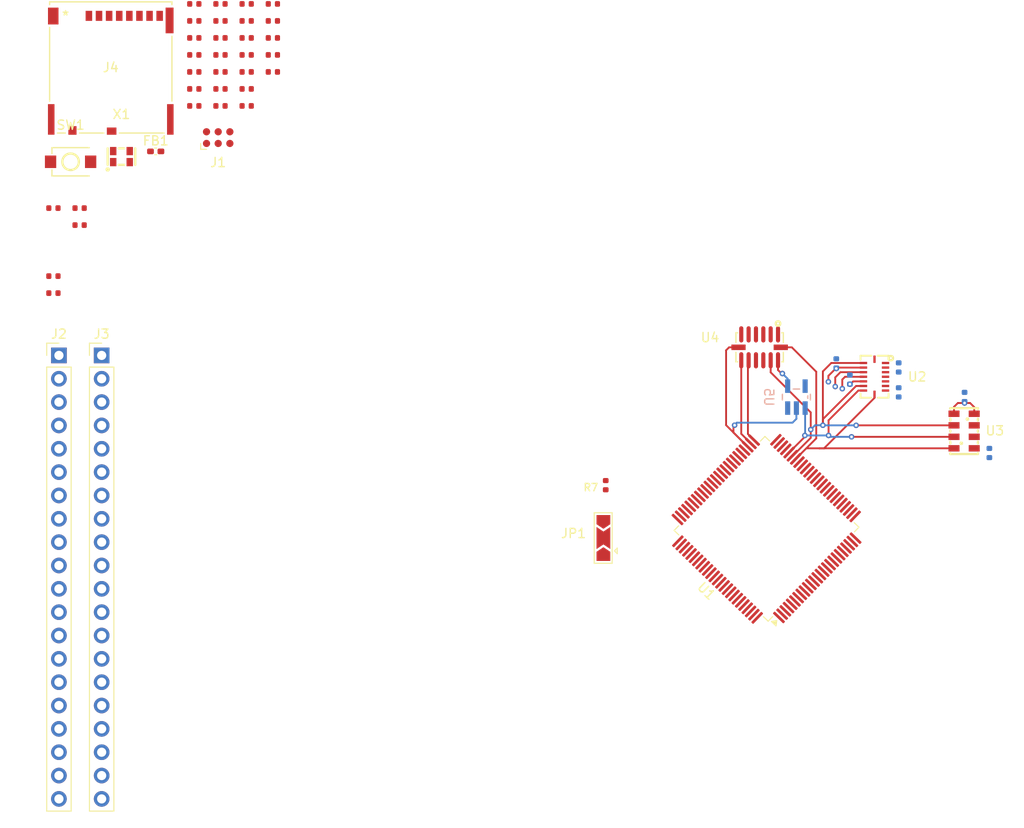
<source format=kicad_pcb>
(kicad_pcb (version 20241229) (generator "pcbnew") (generator_version "9.0")
  (layers (0 "F.Cu" signal) (4 "In1.Cu" signal) (6 "In2.Cu" signal) (2 "B.Cu" signal) (13 "F.Paste" user) (15 "B.Paste" user) (5 "F.SilkS" user "F.Silkscreen") (7 "B.SilkS" user "B.Silkscreen") (1 "F.Mask" user) (3 "B.Mask" user) (25 "Edge.Cuts" user))
  (net 0 "")
  (net 21 "+3V3")
  (net 22 "HSE_IN")
  (net 23 "Net-(X1-Output)")
  (net 24 "+3.3VA")
  (net 25 "nRST")
  (net 26 "DAT2")
  (net 27 "DAT0")
  (net 28 "DAT1")
  (net 29 "DAT3")
  (net 30 "eMMC_CMD")
  (net 31 "SWO")
  (net 32 "SWCLK")
  (net 33 "SWDIO")
  (net 43 "USB_DP")
  (net 49 "USB_DN")
  (net 94 "SDMMC_CLK")
  (net 95 "SDMMC_CMD")
  (net 96 "SPI1_MOSI")
  (net 97 "SPI1_SCLK")
  (net 98 "SPI1_MISO")
  (net 99 "Net-(J4-VDD)")
  (net 100 "Net-(J1-SWDIO)")
  (net 101 "Net-(J1-~{RESET})")
  (net 102 "Net-(J1-SWO)")
  (net 103 "Net-(J1-SWCLK)")
  (net 126 "Net-(J4-SHIELD)")
  (net 131 "GND")
  (net 133 "BMI_GYRO_INT2")
  (net 134 "BMI_GYRO_INT1")
  (net 135 "BMI_GYRO_CS")
  (net 136 "BMI_ACCEL_INT2")
  (net 137 "BMI_ACCEL_INT1")
  (net 138 "BMI_ACCEL_CS")
  (net 139 "MS5607_CS")
  (net 140 "ADXL_INT1")
  (net 141 "Net-(U4-SDA{slash}SDI{slash}SDIO)")
  (net 142 "ADXL_INT2")
  (net 143 "ADXL_CS")
  (footprint "PCM_JLCPCB:C_0402" (layer "F.Cu") (at 15.15 44.75)
    (property "Reference" "C20" (hide yes))
    (property "Value" "100nF")
    (pad "1" smd roundrect (at -0.5 0) (size 0.56 0.62) (layers "F.Cu" "F.Mask" "F.Paste") (net 21 "+3V3"))
    (pad "2" smd roundrect (at 0.5 0) (size 0.56 0.62) (layers "F.Cu" "F.Mask" "F.Paste") (net 131 "GND"))
  )
  (footprint "Connector_PinHeader_2.54mm:PinHeader_1x20_P2.54mm_Vertical" (layer "F.Cu") (at 15.75 53.38)
    (property "Reference" "J2" (at 0 -2.33 0) (layer "F.SilkS"))
    (property "Value" "Conn_01x20_Pin")
    (pad "1" thru_hole rect (at 0 0) (size 1.7 1.7) (drill 1) (layers "*.Cu" "*.Mask"))
    (pad "2" thru_hole oval (at 0 2.54) (size 1.7 1.7) (drill 1) (layers "*.Cu" "*.Mask"))
    (pad "3" thru_hole oval (at 0 5.08) (size 1.7 1.7) (drill 1) (layers "*.Cu" "*.Mask"))
    (pad "4" thru_hole oval (at 0 7.62) (size 1.7 1.7) (drill 1) (layers "*.Cu" "*.Mask"))
    (pad "5" thru_hole oval (at 0 10.16) (size 1.7 1.7) (drill 1) (layers "*.Cu" "*.Mask"))
    (pad "6" thru_hole oval (at 0 12.7) (size 1.7 1.7) (drill 1) (layers "*.Cu" "*.Mask"))
    (pad "7" thru_hole oval (at 0 15.24) (size 1.7 1.7) (drill 1) (layers "*.Cu" "*.Mask"))
    (pad "8" thru_hole oval (at 0 17.78) (size 1.7 1.7) (drill 1) (layers "*.Cu" "*.Mask"))
    (pad "9" thru_hole oval (at 0 20.32) (size 1.7 1.7) (drill 1) (layers "*.Cu" "*.Mask"))
    (pad "10" thru_hole oval (at 0 22.86) (size 1.7 1.7) (drill 1) (layers "*.Cu" "*.Mask"))
    (pad "11" thru_hole oval (at 0 25.4) (size 1.7 1.7) (drill 1) (layers "*.Cu" "*.Mask"))
    (pad "12" thru_hole oval (at 0 27.94) (size 1.7 1.7) (drill 1) (layers "*.Cu" "*.Mask"))
    (pad "13" thru_hole oval (at 0 30.48) (size 1.7 1.7) (drill 1) (layers "*.Cu" "*.Mask"))
    (pad "14" thru_hole oval (at 0 33.02) (size 1.7 1.7) (drill 1) (layers "*.Cu" "*.Mask"))
    (pad "15" thru_hole oval (at 0 35.56) (size 1.7 1.7) (drill 1) (layers "*.Cu" "*.Mask"))
    (pad "16" thru_hole oval (at 0 38.1) (size 1.7 1.7) (drill 1) (layers "*.Cu" "*.Mask"))
    (pad "17" thru_hole oval (at 0 40.64) (size 1.7 1.7) (drill 1) (layers "*.Cu" "*.Mask"))
    (pad "18" thru_hole oval (at 0 43.18) (size 1.7 1.7) (drill 1) (layers "*.Cu" "*.Mask"))
    (pad "19" thru_hole oval (at 0 45.72) (size 1.7 1.7) (drill 1) (layers "*.Cu" "*.Mask"))
    (pad "20" thru_hole oval (at 0 48.26) (size 1.7 1.7) (drill 1) (layers "*.Cu" "*.Mask"))
  )
  (footprint "PCM_JLCPCB:R_0402" (layer "F.Cu") (at 39.03 20.68)
    (property "Reference" "R12" (hide yes))
    (property "Value" "10kΩ" (hide yes))
    (pad "1" smd roundrect (at -0.5 0) (size 0.56 0.62) (layers "F.Cu" "F.Mask" "F.Paste") (net 29 "DAT3"))
    (pad "2" smd roundrect (at 0.5 0) (size 0.56 0.62) (layers "F.Cu" "F.Mask" "F.Paste") (net 21 "+3V3"))
  )
  (footprint "EasyEDA:OSC-SMD_4P-L2.0-W1.6-BL_1XXD" (layer "F.Cu") (at 22.555 31.745)
    (property "Reference" "X1" (at 0 -4.6 0) (layer "F.SilkS"))
    (property "Value" "1XXD32000MBA")
    (pad "1" smd rect (at -0.9 0.6 270) (size 0.9 0.7) (layers "F.Cu" "F.Mask" "F.Paste") (net 131 "GND"))
    (pad "2" smd rect (at 0.9 0.6 270) (size 0.9 0.7) (layers "F.Cu" "F.Mask" "F.Paste") (net 131 "GND"))
    (pad "3" smd rect (at 0.9 -0.6 270) (size 0.9 0.7) (layers "F.Cu" "F.Mask" "F.Paste") (net 23 "Net-(X1-Output)"))
    (pad "4" smd rect (at -0.9 -0.6 270) (size 0.9 0.7) (layers "F.Cu" "F.Mask" "F.Paste") (net 21 "+3V3"))
  )
  (footprint "PCM_JLCPCB:R_0402" (layer "F.Cu") (at 75.25 67.5 90)
    (property "Reference" "R7" (at -0.25 -2.5 180) (layer "F.SilkS") (effects (font (size 0.8 0.8)) (justify left)))
    (property "Value" "100kΩ" (hide yes))
    (pad "1" smd roundrect (at -0.5 0 90) (size 0.56 0.62) (layers "F.Cu" "F.Mask" "F.Paste") (net 21 "+3V3"))
    (pad "2" smd roundrect (at 0.5 0 90) (size 0.56 0.62) (layers "F.Cu" "F.Mask" "F.Paste") (net 131 "GND"))
  )
  (footprint "PCM_JLCPCB:C_0402" (layer "F.Cu") (at 33.33 22.53)
    (property "Reference" "C12" (hide yes))
    (property "Value" "100nF")
    (pad "1" smd roundrect (at -0.5 0) (size 0.56 0.62) (layers "F.Cu" "F.Mask" "F.Paste") (net 24 "+3.3VA"))
    (pad "2" smd roundrect (at 0.5 0) (size 0.56 0.62) (layers "F.Cu" "F.Mask" "F.Paste") (net 131 "GND"))
  )
  (footprint "PCM_JLCPCB:C_0402" (layer "F.Cu") (at 33.33 20.68)
    (property "Reference" "C11" (hide yes))
    (property "Value" "100pF")
    (pad "1" smd roundrect (at -0.5 0) (size 0.56 0.62) (layers "F.Cu" "F.Mask" "F.Paste") (net 23 "Net-(X1-Output)"))
    (pad "2" smd roundrect (at 0.5 0) (size 0.56 0.62) (layers "F.Cu" "F.Mask" "F.Paste") (net 22 "HSE_IN"))
  )
  (footprint "PCM_JLCPCB:C_0402" (layer "F.Cu") (at 33.33 26.23)
    (property "Reference" "C14" (hide yes))
    (property "Value" "1uF")
    (pad "1" smd roundrect (at -0.5 0) (size 0.56 0.62) (layers "F.Cu" "F.Mask" "F.Paste") (net 21 "+3V3"))
    (pad "2" smd roundrect (at 0.5 0) (size 0.56 0.62) (layers "F.Cu" "F.Mask" "F.Paste") (net 131 "GND"))
  )
  (footprint "PCM_JLCPCB:C_0402" (layer "F.Cu") (at 33.33 24.38)
    (property "Reference" "C13" (hide yes))
    (property "Value" "1uF")
    (pad "1" smd roundrect (at -0.5 0) (size 0.56 0.62) (layers "F.Cu" "F.Mask" "F.Paste") (net 24 "+3.3VA"))
    (pad "2" smd roundrect (at 0.5 0) (size 0.56 0.62) (layers "F.Cu" "F.Mask" "F.Paste") (net 131 "GND"))
  )
  (footprint "EasyEDA:LGA-14_L5.0-W3.0-P0.80-BL" (layer "F.Cu") (at 92 52.5 180)
    (property "Reference" "U4" (at 5.4 1.07 180) (layer "F.SilkS"))
    (property "Value" "ADXL375BCCZ-RL7")
    (pad "1" smd oval (at -2 1.41 180) (size 0.45 1.77) (layers "F.Cu" "F.Mask" "F.Paste") (net 21 "+3V3"))
    (pad "2" smd oval (at -1.2 1.41 180) (size 0.45 1.77) (layers "F.Cu" "F.Mask" "F.Paste") (net 131 "GND"))
    (pad "3" smd oval (at -0.4 1.41 180) (size 0.45 1.77) (layers "F.Cu" "F.Mask" "F.Paste"))
    (pad "4" smd oval (at 0.4 1.41 180) (size 0.45 1.77) (layers "F.Cu" "F.Mask" "F.Paste") (net 131 "GND"))
    (pad "5" smd oval (at 1.2 1.41 180) (size 0.45 1.77) (layers "F.Cu" "F.Mask" "F.Paste") (net 131 "GND"))
    (pad "6" smd oval (at 2 1.41 180) (size 0.45 1.77) (layers "F.Cu" "F.Mask" "F.Paste") (net 21 "+3V3"))
    (pad "7" smd rect (at 2.3 0 180) (size 1.55 0.6) (layers "F.Cu" "F.Mask" "F.Paste") (net 143 "ADXL_CS"))
    (pad "8" smd oval (at 2 -1.41 180) (size 0.45 1.77) (layers "F.Cu" "F.Mask" "F.Paste") (net 140 "ADXL_INT1"))
    (pad "9" smd oval (at 1.2 -1.41 180) (size 0.45 1.77) (layers "F.Cu" "F.Mask" "F.Paste") (net 142 "ADXL_INT2"))
    (pad "10" smd oval (at 0.4 -1.41 180) (size 0.45 1.77) (layers "F.Cu" "F.Mask" "F.Paste"))
    (pad "11" smd oval (at -0.4 -1.41 180) (size 0.45 1.77) (layers "F.Cu" "F.Mask" "F.Paste"))
    (pad "12" smd oval (at -1.2 -1.41 180) (size 0.45 1.77) (layers "F.Cu" "F.Mask" "F.Paste") (net 98 "SPI1_MISO"))
    (pad "13" smd oval (at -2 -1.41 180) (size 0.45 1.77) (layers "F.Cu" "F.Mask" "F.Paste") (net 141 "Net-(U4-SDA{slash}SDI{slash}SDIO)"))
    (pad "14" smd rect (at -2.3 0 180) (size 1.55 0.6) (layers "F.Cu" "F.Mask" "F.Paste") (net 97 "SPI1_SCLK"))
  )
  (footprint "PCM_JLCPCB:C_0402" (layer "F.Cu") (at 30.48 24.38)
    (property "Reference" "C6" (hide yes))
    (property "Value" "100nF")
    (pad "1" smd roundrect (at -0.5 0) (size 0.56 0.62) (layers "F.Cu" "F.Mask" "F.Paste") (net 21 "+3V3"))
    (pad "2" smd roundrect (at 0.5 0) (size 0.56 0.62) (layers "F.Cu" "F.Mask" "F.Paste") (net 131 "GND"))
  )
  (footprint "PCM_JLCPCB:C_0402" (layer "F.Cu") (at 33.33 16.98)
    (property "Reference" "C9" (hide yes))
    (property "Value" "100nF")
    (pad "1" smd roundrect (at -0.5 0) (size 0.56 0.62) (layers "F.Cu" "F.Mask" "F.Paste") (net 21 "+3V3"))
    (pad "2" smd roundrect (at 0.5 0) (size 0.56 0.62) (layers "F.Cu" "F.Mask" "F.Paste") (net 131 "GND"))
  )
  (footprint "PCM_JLCPCB:C_0402" (layer "F.Cu") (at 30.48 20.68)
    (property "Reference" "C4" (hide yes))
    (property "Value" "100nF")
    (pad "1" smd roundrect (at -0.5 0) (size 0.56 0.62) (layers "F.Cu" "F.Mask" "F.Paste") (net 21 "+3V3"))
    (pad "2" smd roundrect (at 0.5 0) (size 0.56 0.62) (layers "F.Cu" "F.Mask" "F.Paste") (net 131 "GND"))
  )
  (footprint "PCM_JLCPCB:R_0402" (layer "F.Cu") (at 39.03 18.83)
    (property "Reference" "R11" (hide yes))
    (property "Value" "10kΩ" (hide yes))
    (pad "1" smd roundrect (at -0.5 0) (size 0.56 0.62) (layers "F.Cu" "F.Mask" "F.Paste") (net 26 "DAT2"))
    (pad "2" smd roundrect (at 0.5 0) (size 0.56 0.62) (layers "F.Cu" "F.Mask" "F.Paste") (net 21 "+3V3"))
  )
  (footprint "PCM_JLCPCB:C_0402" (layer "F.Cu") (at 30.48 26.23)
    (property "Reference" "C7" (hide yes))
    (property "Value" "100nF")
    (pad "1" smd roundrect (at -0.5 0) (size 0.56 0.62) (layers "F.Cu" "F.Mask" "F.Paste") (net 21 "+3V3"))
    (pad "2" smd roundrect (at 0.5 0) (size 0.56 0.62) (layers "F.Cu" "F.Mask" "F.Paste") (net 131 "GND"))
  )
  (footprint "PCM_JLCPCB:C_0402" (layer "F.Cu") (at 33.33 18.83)
    (property "Reference" "C10" (hide yes))
    (property "Value" "1uF")
    (pad "1" smd roundrect (at -0.5 0) (size 0.56 0.62) (layers "F.Cu" "F.Mask" "F.Paste") (net 21 "+3V3"))
    (pad "2" smd roundrect (at 0.5 0) (size 0.56 0.62) (layers "F.Cu" "F.Mask" "F.Paste") (net 131 "GND"))
  )
  (footprint "EasyEDA:SW-SMD_L3.9-W3.0-P4.45" (layer "F.Cu") (at 17.02 32.31)
    (property "Reference" "SW1" (at 0 -4 0) (layer "F.SilkS"))
    (property "Value" "SKRKAEE020")
    (pad "1" smd rect (at -2.18 0) (size 1.23 1.36) (layers "F.Cu" "F.Mask" "F.Paste") (net 25 "nRST"))
    (pad "2" smd rect (at 2.18 0) (size 1.23 1.36) (layers "F.Cu" "F.Mask" "F.Paste") (net 131 "GND"))
  )
  (footprint "PCM_JLCPCB:R_0402" (layer "F.Cu") (at 36.18 26.23)
    (property "Reference" "R8" (hide yes))
    (property "Value" "1MΩ" (hide yes))
    (pad "1" smd roundrect (at -0.5 0) (size 0.56 0.62) (layers "F.Cu" "F.Mask" "F.Paste") (net 126 "Net-(J4-SHIELD)"))
    (pad "2" smd roundrect (at 0.5 0) (size 0.56 0.62) (layers "F.Cu" "F.Mask" "F.Paste") (net 131 "GND"))
  )
  (footprint "PCM_JLCPCB:C_0402" (layer "F.Cu") (at 30.48 16.98)
    (property "Reference" "C2" (hide yes))
    (property "Value" "100nF")
    (pad "1" smd roundrect (at -0.5 0) (size 0.56 0.62) (layers "F.Cu" "F.Mask" "F.Paste") (net 25 "nRST"))
    (pad "2" smd roundrect (at 0.5 0) (size 0.56 0.62) (layers "F.Cu" "F.Mask" "F.Paste") (net 131 "GND"))
  )
  (footprint "EasyEDA:LGA-16_L4.5-W3.0-P0.50-BL" (layer "F.Cu") (at 104.5 55.705 180)
    (property "Reference" "U2" (at -4.64 -0.005 180) (layer "F.SilkS"))
    (property "Value" "BMI088")
    (pad "1" smd rect (at -1.2 1.5 270) (size 0.25 0.8) (layers "F.Cu" "F.Mask" "F.Paste") (net 136 "BMI_ACCEL_INT2"))
    (pad "2" smd rect (at -1.2 1 270) (size 0.25 0.8) (layers "F.Cu" "F.Mask" "F.Paste"))
    (pad "3" smd rect (at -1.2 0.5 270) (size 0.25 0.8) (layers "F.Cu" "F.Mask" "F.Paste") (net 21 "+3V3"))
    (pad "4" smd rect (at -1.2 0 270) (size 0.25 0.8) (layers "F.Cu" "F.Mask" "F.Paste") (net 131 "GND"))
    (pad "5" smd rect (at -1.2 -0.5 270) (size 0.25 0.8) (layers "F.Cu" "F.Mask" "F.Paste") (net 135 "BMI_GYRO_CS"))
    (pad "6" smd rect (at -1.2 -1 270) (size 0.25 0.8) (layers "F.Cu" "F.Mask" "F.Paste") (net 131 "GND"))
    (pad "7" smd rect (at -1.2 -1.5 270) (size 0.25 0.8) (layers "F.Cu" "F.Mask" "F.Paste") (net 131 "GND"))
    (pad "8" smd rect (at 0 -1.91) (size 0.25 0.8) (layers "F.Cu" "F.Mask" "F.Paste") (net 97 "SPI1_SCLK"))
    (pad "9" smd rect (at 1.2 -1.5 90) (size 0.25 0.8) (layers "F.Cu" "F.Mask" "F.Paste") (net 96 "SPI1_MOSI"))
    (pad "10" smd rect (at 1.2 -1 90) (size 0.25 0.8) (layers "F.Cu" "F.Mask" "F.Paste") (net 98 "SPI1_MISO"))
    (pad "11" smd rect (at 1.2 -0.5 90) (size 0.25 0.8) (layers "F.Cu" "F.Mask" "F.Paste") (net 21 "+3V3"))
    (pad "12" smd rect (at 1.2 0 90) (size 0.25 0.8) (layers "F.Cu" "F.Mask" "F.Paste") (net 134 "BMI_GYRO_INT1"))
    (pad "13" smd rect (at 1.2 0.5 90) (size 0.25 0.8) (layers "F.Cu" "F.Mask" "F.Paste") (net 133 "BMI_GYRO_INT2"))
    (pad "14" smd rect (at 1.2 1 90) (size 0.25 0.8) (layers "F.Cu" "F.Mask" "F.Paste") (net 138 "BMI_ACCEL_CS"))
    (pad "15" smd rect (at 1.2 1.5 90) (size 0.25 0.8) (layers "F.Cu" "F.Mask" "F.Paste") (net 98 "SPI1_MISO"))
    (pad "16" smd rect (at 0 1.91 180) (size 0.25 0.8) (layers "F.Cu" "F.Mask" "F.Paste") (net 137 "BMI_ACCEL_INT1"))
  )
  (footprint "Connector_PinHeader_2.54mm:PinHeader_1x20_P2.54mm_Vertical" (layer "F.Cu") (at 20.4 53.38)
    (property "Reference" "J3" (at 0 -2.33 0) (layer "F.SilkS"))
    (property "Value" "Conn_01x20_Pin")
    (pad "1" thru_hole rect (at 0 0) (size 1.7 1.7) (drill 1) (layers "*.Cu" "*.Mask"))
    (pad "2" thru_hole oval (at 0 2.54) (size 1.7 1.7) (drill 1) (layers "*.Cu" "*.Mask"))
    (pad "3" thru_hole oval (at 0 5.08) (size 1.7 1.7) (drill 1) (layers "*.Cu" "*.Mask"))
    (pad "4" thru_hole oval (at 0 7.62) (size 1.7 1.7) (drill 1) (layers "*.Cu" "*.Mask"))
    (pad "5" thru_hole oval (at 0 10.16) (size 1.7 1.7) (drill 1) (layers "*.Cu" "*.Mask"))
    (pad "6" thru_hole oval (at 0 12.7) (size 1.7 1.7) (drill 1) (layers "*.Cu" "*.Mask"))
    (pad "7" thru_hole oval (at 0 15.24) (size 1.7 1.7) (drill 1) (layers "*.Cu" "*.Mask"))
    (pad "8" thru_hole oval (at 0 17.78) (size 1.7 1.7) (drill 1) (layers "*.Cu" "*.Mask"))
    (pad "9" thru_hole oval (at 0 20.32) (size 1.7 1.7) (drill 1) (layers "*.Cu" "*.Mask"))
    (pad "10" thru_hole oval (at 0 22.86) (size 1.7 1.7) (drill 1) (layers "*.Cu" "*.Mask"))
    (pad "11" thru_hole oval (at 0 25.4) (size 1.7 1.7) (drill 1) (layers "*.Cu" "*.Mask"))
    (pad "12" thru_hole oval (at 0 27.94) (size 1.7 1.7) (drill 1) (layers "*.Cu" "*.Mask"))
    (pad "13" thru_hole oval (at 0 30.48) (size 1.7 1.7) (drill 1) (layers "*.Cu" "*.Mask"))
    (pad "14" thru_hole oval (at 0 33.02) (size 1.7 1.7) (drill 1) (layers "*.Cu" "*.Mask"))
    (pad "15" thru_hole oval (at 0 35.56) (size 1.7 1.7) (drill 1) (layers "*.Cu" "*.Mask"))
    (pad "16" thru_hole oval (at 0 38.1) (size 1.7 1.7) (drill 1) (layers "*.Cu" "*.Mask"))
    (pad "17" thru_hole oval (at 0 40.64) (size 1.7 1.7) (drill 1) (layers "*.Cu" "*.Mask"))
    (pad "18" thru_hole oval (at 0 43.18) (size 1.7 1.7) (drill 1) (layers "*.Cu" "*.Mask"))
    (pad "19" thru_hole oval (at 0 45.72) (size 1.7 1.7) (drill 1) (layers "*.Cu" "*.Mask"))
    (pad "20" thru_hole oval (at 0 48.26) (size 1.7 1.7) (drill 1) (layers "*.Cu" "*.Mask"))
  )
  (footprint "PCM_JLCPCB:R_0402" (layer "F.Cu") (at 36.18 16.98)
    (property "Reference" "R1" (hide yes))
    (property "Value" "10kΩ" (hide yes))
    (pad "1" smd roundrect (at -0.5 0) (size 0.56 0.62) (layers "F.Cu" "F.Mask" "F.Paste") (net 21 "+3V3"))
    (pad "2" smd roundrect (at 0.5 0) (size 0.56 0.62) (layers "F.Cu" "F.Mask" "F.Paste") (net 25 "nRST"))
  )
  (footprint "PCM_JLCPCB:R_0402" (layer "F.Cu") (at 36.18 22.53)
    (property "Reference" "R4" (hide yes))
    (property "Value" "22Ω" (hide yes))
    (pad "1" smd roundrect (at -0.5 0) (size 0.56 0.62) (layers "F.Cu" "F.Mask" "F.Paste") (net 100 "Net-(J1-SWDIO)"))
    (pad "2" smd roundrect (at 0.5 0) (size 0.56 0.62) (layers "F.Cu" "F.Mask" "F.Paste") (net 33 "SWDIO"))
  )
  (footprint "Connector:Tag-Connect_TC2030-IDC-NL_2x03_P1.27mm_Vertical" (layer "F.Cu") (at 33.08 29.68)
    (property "Reference" "J1" (at 0 2.7 0) (layer "F.SilkS"))
    (property "Value" "TagConnect_TC2030-NL")
    (pad "" np_thru_hole circle (at -2.54 0) (size 0.9906 0.9906) (drill 0.9906) (layers "*.Cu" "*.Mask"))
    (pad "" np_thru_hole circle (at 2.54 -1.016) (size 0.9906 0.9906) (drill 0.9906) (layers "*.Cu" "*.Mask"))
    (pad "" np_thru_hole circle (at 2.54 1.016) (size 0.9906 0.9906) (drill 0.9906) (layers "*.Cu" "*.Mask"))
    (pad "1" connect circle (at -1.27 0.635) (size 0.7874 0.7874) (layers "F.Cu" "F.Mask") (net 21 "+3V3"))
    (pad "2" connect circle (at -1.27 -0.635) (size 0.7874 0.7874) (layers "F.Cu" "F.Mask") (net 100 "Net-(J1-SWDIO)"))
    (pad "3" connect circle (at 0 0.635) (size 0.7874 0.7874) (layers "F.Cu" "F.Mask") (net 101 "Net-(J1-~{RESET})"))
    (pad "4" connect circle (at 0 -0.635) (size 0.7874 0.7874) (layers "F.Cu" "F.Mask") (net 103 "Net-(J1-SWCLK)"))
    (pad "5" connect circle (at 1.27 0.635) (size 0.7874 0.7874) (layers "F.Cu" "F.Mask") (net 131 "GND"))
    (pad "6" connect circle (at 1.27 -0.635) (size 0.7874 0.7874) (layers "F.Cu" "F.Mask") (net 102 "Net-(J1-SWO)"))
  )
  (footprint "Package_QFP:LQFP-100_14x14mm_P0.5mm" (layer "F.Cu") (at 92.75 72.25 136)
    (property "Reference" "U1" (at 0 -9.42 136) (layer "F.SilkS"))
    (property "Value" "STM32U575VGTx")
    (pad "1" smd roundrect (at -7.675 -6 136) (size 1.6 0.3) (layers "F.Cu" "F.Mask" "F.Paste"))
    (pad "2" smd roundrect (at -7.675 -5.5 136) (size 1.6 0.3) (layers "F.Cu" "F.Mask" "F.Paste"))
    (pad "3" smd roundrect (at -7.675 -5 136) (size 1.6 0.3) (layers "F.Cu" "F.Mask" "F.Paste"))
    (pad "4" smd roundrect (at -7.675 -4.5 136) (size 1.6 0.3) (layers "F.Cu" "F.Mask" "F.Paste"))
    (pad "5" smd roundrect (at -7.675 -4 136) (size 1.6 0.3) (layers "F.Cu" "F.Mask" "F.Paste"))
    (pad "6" smd roundrect (at -7.675 -3.5 136) (size 1.6 0.3) (layers "F.Cu" "F.Mask" "F.Paste") (net 21 "+3V3"))
    (pad "7" smd roundrect (at -7.675 -3 136) (size 1.6 0.3) (layers "F.Cu" "F.Mask" "F.Paste"))
    (pad "8" smd roundrect (at -7.675 -2.5 136) (size 1.6 0.3) (layers "F.Cu" "F.Mask" "F.Paste"))
    (pad "9" smd roundrect (at -7.675 -2 136) (size 1.6 0.3) (layers "F.Cu" "F.Mask" "F.Paste"))
    (pad "10" smd roundrect (at -7.675 -1.500001 136) (size 1.6 0.3) (layers "F.Cu" "F.Mask" "F.Paste") (net 131 "GND"))
    (pad "11" smd roundrect (at -7.675 -1 136) (size 1.6 0.3) (layers "F.Cu" "F.Mask" "F.Paste") (net 21 "+3V3"))
    (pad "12" smd roundrect (at -7.675 -0.5 136) (size 1.6 0.3) (layers "F.Cu" "F.Mask" "F.Paste") (net 22 "HSE_IN"))
    (pad "13" smd roundrect (at -7.675 0 136) (size 1.6 0.3) (layers "F.Cu" "F.Mask" "F.Paste"))
    (pad "14" smd roundrect (at -7.675 0.5 136) (size 1.6 0.3) (layers "F.Cu" "F.Mask" "F.Paste") (net 25 "nRST"))
    (pad "15" smd roundrect (at -7.675 1 136) (size 1.6 0.3) (layers "F.Cu" "F.Mask" "F.Paste"))
    (pad "16" smd roundrect (at -7.675 1.500001 136) (size 1.6 0.3) (layers "F.Cu" "F.Mask" "F.Paste"))
    (pad "17" smd roundrect (at -7.675 2 136) (size 1.6 0.3) (layers "F.Cu" "F.Mask" "F.Paste"))
    (pad "18" smd roundrect (at -7.675 2.5 136) (size 1.6 0.3) (layers "F.Cu" "F.Mask" "F.Paste"))
    (pad "19" smd roundrect (at -7.675 3 136) (size 1.6 0.3) (layers "F.Cu" "F.Mask" "F.Paste") (net 131 "GND"))
    (pad "20" smd roundrect (at -7.675 3.5 136) (size 1.6 0.3) (layers "F.Cu" "F.Mask" "F.Paste") (net 131 "GND"))
    (pad "21" smd roundrect (at -7.675 4 136) (size 1.6 0.3) (layers "F.Cu" "F.Mask" "F.Paste") (net 24 "+3.3VA"))
    (pad "22" smd roundrect (at -7.675 4.5 136) (size 1.6 0.3) (layers "F.Cu" "F.Mask" "F.Paste") (net 24 "+3.3VA"))
    (pad "23" smd roundrect (at -7.675 5 136) (size 1.6 0.3) (layers "F.Cu" "F.Mask" "F.Paste"))
    (pad "24" smd roundrect (at -7.675 5.5 136) (size 1.6 0.3) (layers "F.Cu" "F.Mask" "F.Paste"))
    (pad "25" smd roundrect (at -7.675 6 136) (size 1.6 0.3) (layers "F.Cu" "F.Mask" "F.Paste"))
    (pad "26" smd roundrect (at -6 7.675 136) (size 0.3 1.6) (layers "F.Cu" "F.Mask" "F.Paste") (net 137 "BMI_ACCEL_INT1"))
    (pad "27" smd roundrect (at -5.5 7.675 136) (size 0.3 1.6) (layers "F.Cu" "F.Mask" "F.Paste") (net 131 "GND"))
    (pad "28" smd roundrect (at -5 7.675 136) (size 0.3 1.6) (layers "F.Cu" "F.Mask" "F.Paste") (net 21 "+3V3"))
    (pad "29" smd roundrect (at -4.5 7.675 136) (size 0.3 1.6) (layers "F.Cu" "F.Mask" "F.Paste") (net 136 "BMI_ACCEL_INT2"))
    (pad "30" smd roundrect (at -4 7.675 136) (size 0.3 1.6) (layers "F.Cu" "F.Mask" "F.Paste") (net 135 "BMI_GYRO_CS"))
    (pad "31" smd roundrect (at -3.5 7.675 136) (size 0.3 1.6) (layers "F.Cu" "F.Mask" "F.Paste") (net 134 "BMI_GYRO_INT1"))
    (pad "32" smd roundrect (at -3 7.675 136) (size 0.3 1.6) (layers "F.Cu" "F.Mask" "F.Paste") (net 133 "BMI_GYRO_INT2"))
    (pad "33" smd roundrect (at -2.5 7.675 136) (size 0.3 1.6) (layers "F.Cu" "F.Mask" "F.Paste") (net 138 "BMI_ACCEL_CS"))
    (pad "34" smd roundrect (at -2 7.675 136) (size 0.3 1.6) (layers "F.Cu" "F.Mask" "F.Paste"))
    (pad "35" smd roundrect (at -1.500001 7.675 136) (size 0.3 1.6) (layers "F.Cu" "F.Mask" "F.Paste"))
    (pad "36" smd roundrect (at -1 7.675 136) (size 0.3 1.6) (layers "F.Cu" "F.Mask" "F.Paste"))
    (pad "37" smd roundrect (at -0.5 7.675 136) (size 0.3 1.6) (layers "F.Cu" "F.Mask" "F.Paste"))
    (pad "38" smd roundrect (at 0 7.675 136) (size 0.3 1.6) (layers "F.Cu" "F.Mask" "F.Paste"))
    (pad "39" smd roundrect (at 0.5 7.675 136) (size 0.3 1.6) (layers "F.Cu" "F.Mask" "F.Paste"))
    (pad "40" smd roundrect (at 1 7.675 136) (size 0.3 1.6) (layers "F.Cu" "F.Mask" "F.Paste"))
    (pad "41" smd roundrect (at 1.500001 7.675 136) (size 0.3 1.6) (layers "F.Cu" "F.Mask" "F.Paste"))
    (pad "42" smd roundrect (at 2 7.675 136) (size 0.3 1.6) (layers "F.Cu" "F.Mask" "F.Paste"))
    (pad "43" smd roundrect (at 2.5 7.675 136) (size 0.3 1.6) (layers "F.Cu" "F.Mask" "F.Paste"))
    (pad "44" smd roundrect (at 3 7.675 136) (size 0.3 1.6) (layers "F.Cu" "F.Mask" "F.Paste") (net 97 "SPI1_SCLK"))
    (pad "45" smd roundrect (at 3.5 7.675 136) (size 0.3 1.6) (layers "F.Cu" "F.Mask" "F.Paste") (net 98 "SPI1_MISO"))
    (pad "46" smd roundrect (at 4 7.675 136) (size 0.3 1.6) (layers "F.Cu" "F.Mask" "F.Paste") (net 96 "SPI1_MOSI"))
    (pad "47" smd roundrect (at 4.5 7.675 136) (size 0.3 1.6) (layers "F.Cu" "F.Mask" "F.Paste"))
    (pad "48" smd roundrect (at 5 7.675 136) (size 0.3 1.6) (layers "F.Cu" "F.Mask" "F.Paste"))
    (pad "49" smd roundrect (at 5.5 7.675 136) (size 0.3 1.6) (layers "F.Cu" "F.Mask" "F.Paste") (net 131 "GND"))
    (pad "50" smd roundrect (at 6 7.675 136) (size 0.3 1.6) (layers "F.Cu" "F.Mask" "F.Paste") (net 21 "+3V3"))
    (pad "51" smd roundrect (at 7.675 6 136) (size 1.6 0.3) (layers "F.Cu" "F.Mask" "F.Paste") (net 142 "ADXL_INT2"))
    (pad "52" smd roundrect (at 7.675 5.5 136) (size 1.6 0.3) (layers "F.Cu" "F.Mask" "F.Paste") (net 140 "ADXL_INT1"))
    (pad "53" smd roundrect (at 7.675 5 136) (size 1.6 0.3) (layers "F.Cu" "F.Mask" "F.Paste") (net 143 "ADXL_CS"))
    (pad "54" smd roundrect (at 7.675 4.5 136) (size 1.6 0.3) (layers "F.Cu" "F.Mask" "F.Paste"))
    (pad "55" smd roundrect (at 7.675 4 136) (size 1.6 0.3) (layers "F.Cu" "F.Mask" "F.Paste"))
    (pad "56" smd roundrect (at 7.675 3.5 136) (size 1.6 0.3) (layers "F.Cu" "F.Mask" "F.Paste"))
    (pad "57" smd roundrect (at 7.675 3 136) (size 1.6 0.3) (layers "F.Cu" "F.Mask" "F.Paste"))
    (pad "58" smd roundrect (at 7.675 2.5 136) (size 1.6 0.3) (layers "F.Cu" "F.Mask" "F.Paste"))
    (pad "59" smd roundrect (at 7.675 2 136) (size 1.6 0.3) (layers "F.Cu" "F.Mask" "F.Paste"))
    (pad "60" smd roundrect (at 7.675 1.500001 136) (size 1.6 0.3) (layers "F.Cu" "F.Mask" "F.Paste"))
    (pad "61" smd roundrect (at 7.675 1 136) (size 1.6 0.3) (layers "F.Cu" "F.Mask" "F.Paste"))
    (pad "62" smd roundrect (at 7.675 0.5 136) (size 1.6 0.3) (layers "F.Cu" "F.Mask" "F.Paste"))
    (pad "63" smd roundrect (at 7.675 0 136) (size 1.6 0.3) (layers "F.Cu" "F.Mask" "F.Paste"))
    (pad "64" smd roundrect (at 7.675 -0.5 136) (size 1.6 0.3) (layers "F.Cu" "F.Mask" "F.Paste"))
    (pad "65" smd roundrect (at 7.675 -1 136) (size 1.6 0.3) (layers "F.Cu" "F.Mask" "F.Paste") (net 27 "DAT0"))
    (pad "66" smd roundrect (at 7.675 -1.500001 136) (size 1.6 0.3) (layers "F.Cu" "F.Mask" "F.Paste") (net 28 "DAT1"))
    (pad "67" smd roundrect (at 7.675 -2 136) (size 1.6 0.3) (layers "F.Cu" "F.Mask" "F.Paste"))
    (pad "68" smd roundrect (at 7.675 -2.5 136) (size 1.6 0.3) (layers "F.Cu" "F.Mask" "F.Paste"))
    (pad "69" smd roundrect (at 7.675 -3 136) (size 1.6 0.3) (layers "F.Cu" "F.Mask" "F.Paste"))
    (pad "70" smd roundrect (at 7.675 -3.5 136) (size 1.6 0.3) (layers "F.Cu" "F.Mask" "F.Paste") (net 49 "USB_DN"))
    (pad "71" smd roundrect (at 7.675 -4 136) (size 1.6 0.3) (layers "F.Cu" "F.Mask" "F.Paste") (net 43 "USB_DP"))
    (pad "72" smd roundrect (at 7.675 -4.5 136) (size 1.6 0.3) (layers "F.Cu" "F.Mask" "F.Paste") (net 33 "SWDIO"))
    (pad "73" smd roundrect (at 7.675 -5 136) (size 1.6 0.3) (layers "F.Cu" "F.Mask" "F.Paste") (net 21 "+3V3"))
    (pad "74" smd roundrect (at 7.675 -5.5 136) (size 1.6 0.3) (layers "F.Cu" "F.Mask" "F.Paste") (net 131 "GND"))
    (pad "75" smd roundrect (at 7.675 -6 136) (size 1.6 0.3) (layers "F.Cu" "F.Mask" "F.Paste") (net 21 "+3V3"))
    (pad "76" smd roundrect (at 6 -7.675 136) (size 0.3 1.6) (layers "F.Cu" "F.Mask" "F.Paste") (net 32 "SWCLK"))
    (pad "77" smd roundrect (at 5.5 -7.675 136) (size 0.3 1.6) (layers "F.Cu" "F.Mask" "F.Paste"))
    (pad "78" smd roundrect (at 5 -7.675 136) (size 0.3 1.6) (layers "F.Cu" "F.Mask" "F.Paste") (net 26 "DAT2"))
    (pad "79" smd roundrect (at 4.5 -7.675 136) (size 0.3 1.6) (layers "F.Cu" "F.Mask" "F.Paste") (net 29 "DAT3"))
    (pad "80" smd roundrect (at 4 -7.675 136) (size 0.3 1.6) (layers "F.Cu" "F.Mask" "F.Paste") (net 94 "SDMMC_CLK"))
    (pad "81" smd roundrect (at 3.5 -7.675 136) (size 0.3 1.6) (layers "F.Cu" "F.Mask" "F.Paste"))
    (pad "82" smd roundrect (at 3 -7.675 136) (size 0.3 1.6) (layers "F.Cu" "F.Mask" "F.Paste"))
    (pad "83" smd roundrect (at 2.5 -7.675 136) (size 0.3 1.6) (layers "F.Cu" "F.Mask" "F.Paste") (net 95 "SDMMC_CMD"))
    (pad "84" smd roundrect (at 2 -7.675 136) (size 0.3 1.6) (layers "F.Cu" "F.Mask" "F.Paste"))
    (pad "85" smd roundrect (at 1.500001 -7.675 136) (size 0.3 1.6) (layers "F.Cu" "F.Mask" "F.Paste"))
    (pad "86" smd roundrect (at 1 -7.675 136) (size 0.3 1.6) (layers "F.Cu" "F.Mask" "F.Paste"))
    (pad "87" smd roundrect (at 0.5 -7.675 136) (size 0.3 1.6) (layers "F.Cu" "F.Mask" "F.Paste"))
    (pad "88" smd roundrect (at 0 -7.675 136) (size 0.3 1.6) (layers "F.Cu" "F.Mask" "F.Paste"))
    (pad "89" smd roundrect (at -0.5 -7.675 136) (size 0.3 1.6) (layers "F.Cu" "F.Mask" "F.Paste") (net 31 "SWO"))
    (pad "90" smd roundrect (at -1 -7.675 136) (size 0.3 1.6) (layers "F.Cu" "F.Mask" "F.Paste"))
    (pad "91" smd roundrect (at -1.500001 -7.675 136) (size 0.3 1.6) (layers "F.Cu" "F.Mask" "F.Paste"))
    (pad "92" smd roundrect (at -2 -7.675 136) (size 0.3 1.6) (layers "F.Cu" "F.Mask" "F.Paste"))
    (pad "93" smd roundrect (at -2.5 -7.675 136) (size 0.3 1.6) (layers "F.Cu" "F.Mask" "F.Paste"))
    (pad "94" smd roundrect (at -3 -7.675 136) (size 0.3 1.6) (layers "F.Cu" "F.Mask" "F.Paste") (net 131 "GND"))
    (pad "95" smd roundrect (at -3.5 -7.675 136) (size 0.3 1.6) (layers "F.Cu" "F.Mask" "F.Paste"))
    (pad "96" smd roundrect (at -4 -7.675 136) (size 0.3 1.6) (layers "F.Cu" "F.Mask" "F.Paste"))
    (pad "97" smd roundrect (at -4.5 -7.675 136) (size 0.3 1.6) (layers "F.Cu" "F.Mask" "F.Paste"))
    (pad "98" smd roundrect (at -5 -7.675 136) (size 0.3 1.6) (layers "F.Cu" "F.Mask" "F.Paste"))
    (pad "99" smd roundrect (at -5.5 -7.675 136) (size 0.3 1.6) (layers "F.Cu" "F.Mask" "F.Paste") (net 131 "GND"))
    (pad "100" smd roundrect (at -6 -7.675 136) (size 0.3 1.6) (layers "F.Cu" "F.Mask" "F.Paste") (net 21 "+3V3"))
  )
  (footprint "PCM_JLCPCB:R_0402" (layer "F.Cu") (at 36.18 18.83)
    (property "Reference" "R2" (hide yes))
    (property "Value" "22Ω" (hide yes))
    (pad "1" smd roundrect (at -0.5 0) (size 0.56 0.62) (layers "F.Cu" "F.Mask" "F.Paste") (net 101 "Net-(J1-~{RESET})"))
    (pad "2" smd roundrect (at 0.5 0) (size 0.56 0.62) (layers "F.Cu" "F.Mask" "F.Paste") (net 25 "nRST"))
  )
  (footprint "PCM_JLCPCB:C_0402" (layer "F.Cu") (at 30.48 15.13)
    (property "Reference" "C1" (hide yes))
    (property "Value" "10uF")
    (pad "1" smd roundrect (at -0.5 0) (size 0.56 0.62) (layers "F.Cu" "F.Mask" "F.Paste") (net 21 "+3V3"))
    (pad "2" smd roundrect (at 0.5 0) (size 0.56 0.62) (layers "F.Cu" "F.Mask" "F.Paste") (net 131 "GND"))
  )
  (footprint "Jumper:SolderJumper-3_P2.0mm_Open_TrianglePad1.0x1.5mm" (layer "F.Cu") (at 75 73.25 90)
    (property "Reference" "JP1" (at 0.5 -3.25 180) (layer "F.SilkS"))
    (property "Value" "SolderJumper_3_Open")
    (pad "1" smd custom (at -2 0 90) (size 0.3 0.3) (layers "F.Cu" "F.Mask") (net 131 "GND") (options (clearance outline) (anchor rect)) (primitives (gr_poly (pts (xy 1 0) (xy 0.5 0.75) (xy -0.5 0.75) (xy -0.5 -0.75) (xy 0.5 -0.75)) (width 0) (fill yes))))
    (pad "2" smd custom (at 0 0 90) (size 0.3 0.3) (layers "F.Cu") (options (clearance outline) (anchor rect)) (primitives (gr_poly (pts (xy 0.7 0) (xy 1.2 0.75) (xy -1.2 0.75) (xy -0.7 0) (xy -1.2 -0.75) (xy 1.2 -0.75)) (width 0) (fill yes))))
    (pad "3" smd custom (at 2 0 270) (size 0.3 0.3) (layers "F.Cu" "F.Mask") (net 21 "+3V3") (options (clearance outline) (anchor rect)) (primitives (gr_poly (pts (xy 1 0) (xy 0.5 0.75) (xy -0.5 0.75) (xy -0.5 -0.75) (xy 0.5 -0.75)) (width 0) (fill yes))))
  )
  (footprint "PCM_JLCPCB:C_0402" (layer "F.Cu") (at 15.15 37.35)
    (property "Reference" "C16" (hide yes))
    (property "Value" "100nF")
    (pad "1" smd roundrect (at -0.5 0) (size 0.56 0.62) (layers "F.Cu" "F.Mask" "F.Paste") (net 21 "+3V3"))
    (pad "2" smd roundrect (at 0.5 0) (size 0.56 0.62) (layers "F.Cu" "F.Mask" "F.Paste") (net 131 "GND"))
  )
  (footprint "PCM_JLCPCB:R_0402" (layer "F.Cu") (at 39.03 16.98)
    (property "Reference" "R10" (hide yes))
    (property "Value" "10kΩ" (hide yes))
    (pad "1" smd roundrect (at -0.5 0) (size 0.56 0.62) (layers "F.Cu" "F.Mask" "F.Paste") (net 28 "DAT1"))
    (pad "2" smd roundrect (at 0.5 0) (size 0.56 0.62) (layers "F.Cu" "F.Mask" "F.Paste") (net 21 "+3V3"))
  )
  (footprint "PCM_JLCPCB:R_0402" (layer "F.Cu") (at 39.03 15.13)
    (property "Reference" "R9" (hide yes))
    (property "Value" "10kΩ" (hide yes))
    (pad "1" smd roundrect (at -0.5 0) (size 0.56 0.62) (layers "F.Cu" "F.Mask" "F.Paste") (net 27 "DAT0"))
    (pad "2" smd roundrect (at 0.5 0) (size 0.56 0.62) (layers "F.Cu" "F.Mask" "F.Paste") (net 21 "+3V3"))
  )
  (footprint "PCM_JLCPCB:R_0402" (layer "F.Cu") (at 18 39.2)
    (property "Reference" "R6" (hide yes))
    (property "Value" "47kΩ" (hide yes))
    (pad "1" smd roundrect (at -0.5 0) (size 0.56 0.62) (layers "F.Cu" "F.Mask" "F.Paste") (net 143 "ADXL_CS"))
    (pad "2" smd roundrect (at 0.5 0) (size 0.56 0.62) (layers "F.Cu" "F.Mask" "F.Paste") (net 21 "+3V3"))
  )
  (footprint "PCM_JLCPCB:R_0402" (layer "F.Cu") (at 39.03 22.53)
    (property "Reference" "R13" (hide yes))
    (property "Value" "10kΩ" (hide yes))
    (pad "1" smd roundrect (at -0.5 0) (size 0.56 0.62) (layers "F.Cu" "F.Mask" "F.Paste") (net 30 "eMMC_CMD"))
    (pad "2" smd roundrect (at 0.5 0) (size 0.56 0.62) (layers "F.Cu" "F.Mask" "F.Paste") (net 21 "+3V3"))
  )
  (footprint "SDholder:CONN_MEM2080-00-128-00-A_GCT" (layer "F.Cu") (at 21.3908 22.0456)
    (property "Reference" "J4" (at 0 0 0) (layer "F.SilkS"))
    (property "Value" "MEM2080-00-128-00-A_REVA")
    (fp_text user "*" (at -4.92 -5.6154 0) (layer "F.SilkS"))
    (fp_text user "*" (at -4.92 -5.6154 0) (layer "F.SilkS"))
    (pad "DSW1" smd rect (at -4.169999 6.854599) (size 0.889 0.9398) (layers "F.Cu" "F.Mask" "F.Paste"))
    (pad "DSW2" smd rect (at 0.095001 6.9296) (size 1.0414 0.7874) (layers "F.Cu" "F.Mask" "F.Paste"))
    (pad "MNT1" smd rect (at -6.26 -5.595399) (size 1.143 1.8288) (layers "F.Cu" "F.Mask" "F.Paste") (net 126 "Net-(J4-SHIELD)"))
    (pad "MNT2" smd rect (at 6.4 -5.1154) (size 0.8636 2.794) (layers "F.Cu" "F.Mask" "F.Paste") (net 126 "Net-(J4-SHIELD)"))
    (pad "MNT3" smd rect (at -6.48 5.654599) (size 0.7112 3.3274) (layers "F.Cu" "F.Mask" "F.Paste") (net 126 "Net-(J4-SHIELD)"))
    (pad "MNT4" smd rect (at 6.48 5.654599) (size 0.7112 3.3274) (layers "F.Cu" "F.Mask" "F.Paste") (net 126 "Net-(J4-SHIELD)"))
    (pad "P1" smd rect (at -2.38 -5.615399) (size 0.7112 1.0922) (layers "F.Cu" "F.Mask" "F.Paste") (net 26 "DAT2"))
    (pad "P2" smd rect (at -1.28 -5.615399) (size 0.7112 1.0922) (layers "F.Cu" "F.Mask" "F.Paste") (net 29 "DAT3"))
    (pad "P3" smd rect (at -0.18 -5.615399) (size 0.7112 1.0922) (layers "F.Cu" "F.Mask" "F.Paste") (net 95 "SDMMC_CMD"))
    (pad "P4" smd rect (at 0.920001 -5.615399) (size 0.7112 1.0922) (layers "F.Cu" "F.Mask" "F.Paste") (net 99 "Net-(J4-VDD)"))
    (pad "P5" smd rect (at 2.020001 -5.615399) (size 0.7112 1.0922) (layers "F.Cu" "F.Mask" "F.Paste") (net 94 "SDMMC_CLK"))
    (pad "P6" smd rect (at 3.120001 -5.615399) (size 0.7112 1.0922) (layers "F.Cu" "F.Mask" "F.Paste") (net 131 "GND"))
    (pad "P7" smd rect (at 4.220002 -5.615399) (size 0.7112 1.0922) (layers "F.Cu" "F.Mask" "F.Paste") (net 27 "DAT0"))
    (pad "P8" smd rect (at 5.32 -5.615399) (size 0.7112 1.0922) (layers "F.Cu" "F.Mask" "F.Paste") (net 28 "DAT1"))
  )
  (footprint "Capacitor_SMD:C_0402_1005Metric_Pad0.74x0.62mm_HandSolder" (layer "F.Cu") (at 26.28 31.18)
    (property "Reference" "FB1" (at 0 -1.16 0) (layer "F.SilkS"))
    (property "Value" "100R")
    (pad "1" smd roundrect (at -0.5675 0) (size 0.735 0.62) (layers "F.Cu" "F.Mask" "F.Paste") (net 24 "+3.3VA"))
    (pad "2" smd roundrect (at 0.5675 0) (size 0.735 0.62) (layers "F.Cu" "F.Mask" "F.Paste") (net 21 "+3V3"))
  )
  (footprint "PCM_JLCPCB:C_0402" (layer "F.Cu") (at 15.15 46.6)
    (property "Reference" "C21" (hide yes))
    (property "Value" "10uF")
    (pad "1" smd roundrect (at -0.5 0) (size 0.56 0.62) (layers "F.Cu" "F.Mask" "F.Paste") (net 21 "+3V3"))
    (pad "2" smd roundrect (at 0.5 0) (size 0.56 0.62) (layers "F.Cu" "F.Mask" "F.Paste") (net 131 "GND"))
  )
  (footprint "EasyEDA:SENSOR-SMD_MS560702BA03-50" (layer "F.Cu") (at 114.25 61.61 180)
    (property "Reference" "U3" (at -3.35 0.035 180) (layer "F.SilkS"))
    (property "Value" "MS5607-02BA03")
    (pad "1" smd rect (at -1.1 -1.88 180) (size 1.2 0.7) (layers "F.Cu" "F.Mask" "F.Paste") (net 21 "+3V3"))
    (pad "2" smd rect (at -1.1 -0.63 180) (size 1.2 0.7) (layers "F.Cu" "F.Mask" "F.Paste") (net 131 "GND"))
    (pad "3" smd rect (at -1.1 0.62 180) (size 1.2 0.7) (layers "F.Cu" "F.Mask" "F.Paste") (net 131 "GND"))
    (pad "4" smd rect (at -1.1 1.88 180) (size 1.2 0.7) (layers "F.Cu" "F.Mask" "F.Paste") (net 139 "MS5607_CS"))
    (pad "5" smd rect (at 1.1 1.88 180) (size 1.2 0.7) (layers "F.Cu" "F.Mask" "F.Paste") (net 139 "MS5607_CS"))
    (pad "6" smd rect (at 1.1 0.62 180) (size 1.2 0.7) (layers "F.Cu" "F.Mask" "F.Paste") (net 98 "SPI1_MISO"))
    (pad "7" smd rect (at 1.1 -0.63 180) (size 1.2 0.7) (layers "F.Cu" "F.Mask" "F.Paste") (net 96 "SPI1_MOSI"))
    (pad "8" smd rect (at 1.1 -1.88 180) (size 1.2 0.7) (layers "F.Cu" "F.Mask" "F.Paste") (net 97 "SPI1_SCLK"))
  )
  (footprint "PCM_JLCPCB:R_0402" (layer "F.Cu") (at 36.18 20.68)
    (property "Reference" "R3" (hide yes))
    (property "Value" "22Ω" (hide yes))
    (pad "1" smd roundrect (at -0.5 0) (size 0.56 0.62) (layers "F.Cu" "F.Mask" "F.Paste") (net 103 "Net-(J1-SWCLK)"))
    (pad "2" smd roundrect (at 0.5 0) (size 0.56 0.62) (layers "F.Cu" "F.Mask" "F.Paste") (net 32 "SWCLK"))
  )
  (footprint "PCM_JLCPCB:R_0402" (layer "F.Cu") (at 36.18 24.38)
    (property "Reference" "R5" (hide yes))
    (property "Value" "22Ω" (hide yes))
    (pad "1" smd roundrect (at -0.5 0) (size 0.56 0.62) (layers "F.Cu" "F.Mask" "F.Paste") (net 102 "Net-(J1-SWO)"))
    (pad "2" smd roundrect (at 0.5 0) (size 0.56 0.62) (layers "F.Cu" "F.Mask" "F.Paste") (net 31 "SWO"))
  )
  (footprint "PCM_JLCPCB:C_0402" (layer "F.Cu") (at 33.33 15.13)
    (property "Reference" "C8" (hide yes))
    (property "Value" "100nF")
    (pad "1" smd roundrect (at -0.5 0) (size 0.56 0.62) (layers "F.Cu" "F.Mask" "F.Paste") (net 21 "+3V3"))
    (pad "2" smd roundrect (at 0.5 0) (size 0.56 0.62) (layers "F.Cu" "F.Mask" "F.Paste") (net 131 "GND"))
  )
  (footprint "PCM_JLCPCB:C_0402" (layer "F.Cu") (at 30.48 18.83)
    (property "Reference" "C3" (hide yes))
    (property "Value" "100nF")
    (pad "1" smd roundrect (at -0.5 0) (size 0.56 0.62) (layers "F.Cu" "F.Mask" "F.Paste") (net 21 "+3V3"))
    (pad "2" smd roundrect (at 0.5 0) (size 0.56 0.62) (layers "F.Cu" "F.Mask" "F.Paste") (net 131 "GND"))
  )
  (footprint "PCM_JLCPCB:C_0402" (layer "F.Cu") (at 36.18 15.13)
    (property "Reference" "C15" (hide yes))
    (property "Value" "100nF")
    (pad "1" smd roundrect (at -0.5 0) (size 0.56 0.62) (layers "F.Cu" "F.Mask" "F.Paste") (net 99 "Net-(J4-VDD)"))
    (pad "2" smd roundrect (at 0.5 0) (size 0.56 0.62) (layers "F.Cu" "F.Mask" "F.Paste") (net 131 "GND"))
  )
  (footprint "PCM_JLCPCB:C_0402" (layer "F.Cu") (at 30.48 22.53)
    (property "Reference" "C5" (hide yes))
    (property "Value" "100nF")
    (pad "1" smd roundrect (at -0.5 0) (size 0.56 0.62) (layers "F.Cu" "F.Mask" "F.Paste") (net 21 "+3V3"))
    (pad "2" smd roundrect (at 0.5 0) (size 0.56 0.62) (layers "F.Cu" "F.Mask" "F.Paste") (net 131 "GND"))
  )
  (footprint "PCM_JLCPCB:C_0402" (layer "F.Cu") (at 18 37.35)
    (property "Reference" "C22" (hide yes))
    (property "Value" "100nF")
    (pad "1" smd roundrect (at -0.5 0) (size 0.56 0.62) (layers "F.Cu" "F.Mask" "F.Paste") (net 21 "+3V3"))
    (pad "2" smd roundrect (at 0.5 0) (size 0.56 0.62) (layers "F.Cu" "F.Mask" "F.Paste") (net 131 "GND"))
  )
  (footprint "PCM_JLCPCB:C_0402" (layer "B.Cu") (at 117 64 -90)
    (property "Reference" "C18" (hide yes))
    (property "Value" "100nF")
    (pad "1" smd roundrect (at -0.5 0 270) (size 0.56 0.62) (layers "B.Cu" "B.Mask" "B.Paste") (net 21 "+3V3"))
    (pad "2" smd roundrect (at 0.5 0 270) (size 0.56 0.62) (layers "B.Cu" "B.Mask" "B.Paste") (net 131 "GND"))
  )
  (footprint "PCM_JLCPCB:C_0402" (layer "B.Cu") (at 107.13 54.69 90)
    (property "Reference" "C17" (hide yes))
    (property "Value" "100nF")
    (pad "1" smd roundrect (at -0.5 0 90) (size 0.56 0.62) (layers "B.Cu" "B.Mask" "B.Paste") (net 21 "+3V3"))
    (pad "2" smd roundrect (at 0.5 0 90) (size 0.56 0.62) (layers "B.Cu" "B.Mask" "B.Paste") (net 131 "GND"))
  )
  (footprint "PCM_JLCPCB:R_0402" (layer "B.Cu") (at 107.13 57.4 -90)
    (property "Reference" "R16" (hide yes))
    (property "Value" "47kΩ" (hide yes))
    (pad "1" smd roundrect (at -0.5 0 270) (size 0.56 0.62) (layers "B.Cu" "B.Mask" "B.Paste") (net 135 "BMI_GYRO_CS"))
    (pad "2" smd roundrect (at 0.5 0 270) (size 0.56 0.62) (layers "B.Cu" "B.Mask" "B.Paste") (net 21 "+3V3"))
  )
  (footprint "PCM_JLCPCB:R_0402" (layer "B.Cu") (at 100.34 54.25 90)
    (property "Reference" "R15" (hide yes))
    (property "Value" "47kΩ" (hide yes))
    (pad "1" smd roundrect (at -0.5 0 90) (size 0.56 0.62) (layers "B.Cu" "B.Mask" "B.Paste") (net 138 "BMI_ACCEL_CS"))
    (pad "2" smd roundrect (at 0.5 0 90) (size 0.56 0.62) (layers "B.Cu" "B.Mask" "B.Paste") (net 21 "+3V3"))
  )
  (footprint "PCM_JLCPCB:R_0402" (layer "B.Cu") (at 114.3 57.9 -90)
    (property "Reference" "R14" (hide yes))
    (property "Value" "47kΩ" (hide yes))
    (pad "1" smd roundrect (at -0.5 0 270) (size 0.56 0.62) (layers "B.Cu" "B.Mask" "B.Paste") (net 21 "+3V3"))
    (pad "2" smd roundrect (at 0.5 0 270) (size 0.56 0.62) (layers "B.Cu" "B.Mask" "B.Paste") (net 139 "MS5607_CS"))
  )
  (footprint "PCM_JLCPCB:C_0402" (layer "B.Cu") (at 101.82 56.01 90)
    (property "Reference" "C19" (hide yes))
    (property "Value" "100nF")
    (pad "1" smd roundrect (at -0.5 0 90) (size 0.56 0.62) (layers "B.Cu" "B.Mask" "B.Paste") (net 21 "+3V3"))
    (pad "2" smd roundrect (at 0.5 0 90) (size 0.56 0.62) (layers "B.Cu" "B.Mask" "B.Paste") (net 131 "GND"))
  )
  (footprint "ORGATE:DBV5" (layer "B.Cu") (at 96 57.9162 90)
    (property "Reference" "U5" (at 0 -3 270) (layer "B.SilkS") (effects (justify mirror)))
    (property "Value" "SN74LVC1G32MDBVREP")
    (pad "1" smd rect (at -1.1938 0.950001 90) (size 1.4732 0.5588) (layers "B.Cu" "B.Mask" "B.Paste") (net 96 "SPI1_MOSI"))
    (pad "2" smd rect (at -1.1938 0 90) (size 1.4732 0.5588) (layers "B.Cu" "B.Mask" "B.Paste") (net 143 "ADXL_CS"))
    (pad "3" smd rect (at -1.1938 -0.950001 90) (size 1.4732 0.5588) (layers "B.Cu" "B.Mask" "B.Paste") (net 131 "GND"))
    (pad "4" smd rect (at 1.1938 -0.950001 90) (size 1.4732 0.5588) (layers "B.Cu" "B.Mask" "B.Paste") (net 141 "Net-(U4-SDA{slash}SDI{slash}SDIO)"))
    (pad "5" smd rect (at 1.1938 0.950001 90) (size 1.4732 0.5588) (layers "B.Cu" "B.Mask" "B.Paste") (net 21 "+3V3"))
  )
  (segment (start 101.91 56.48) (end 102.185 56.205) (width 0.2) (layer "F.Cu") (net 21))
  (segment (start 101.85 56.48) (end 101.91 56.48) (width 0.2) (layer "F.Cu") (net 21))
  (segment (start 101.82 56.51) (end 101.85 56.48) (width 0.2) (layer "F.Cu") (net 21))
  (segment (start 102.185 56.205) (end 103.3 56.205) (width 0.2) (layer "F.Cu") (net 21))
  (via (at 101.82 56.51) (size 0.6) (drill 0.3) (layers "F.Cu" "B.Cu") (net 21))
  (segment (start 102 62.24) (end 113.15 62.24) (width 0.2) (layer "F.Cu") (net 96))
  (segment (start 96.923048 62.23153) (end 95.204144 63.950434) (width 0.2) (layer "F.Cu") (net 96))
  (segment (start 102.74 57.205) (end 103.3 57.205) (width 0.2) (layer "F.Cu") (net 96))
  (segment (start 99.5 60.445) (end 102.74 57.205) (width 0.2) (layer "F.Cu") (net 96))
  (segment (start 96.923048 62.09) (end 96.923048 62.23153) (width 0.2) (layer "F.Cu") (net 96))
  (segment (start 99.5 62.09) (end 99.5 60.445) (width 0.2) (layer "F.Cu") (net 96))
  (via (at 102 62.24) (size 0.6) (drill 0.3) (layers "F.Cu" "B.Cu") (net 96))
  (via (at 96.923048 62.09) (size 0.6) (drill 0.3) (layers "F.Cu" "B.Cu") (net 96))
  (via (at 99.5 62.09) (size 0.6) (drill 0.3) (layers "F.Cu" "B.Cu") (net 96))
  (segment (start 96.950001 62.063047) (end 96.923048 62.09) (width 0.2) (layer "B.Cu") (net 96))
  (segment (start 99.5 62.09) (end 99.65 62.24) (width 0.2) (layer "B.Cu") (net 96))
  (segment (start 99.65 62.24) (end 102 62.24) (width 0.2) (layer "B.Cu") (net 96))
  (segment (start 96.950001 59.11) (end 96.950001 62.063047) (width 0.2) (layer "B.Cu") (net 96))
  (segment (start 99.5 62.09) (end 96.923048 62.09) (width 0.2) (layer "B.Cu") (net 96))
  (segment (start 99.01 63.49) (end 98.5 63.49) (width 0.2) (layer "F.Cu") (net 97))
  (segment (start 98.5 63.49) (end 97.078576 63.49) (width 0.2) (layer "F.Cu") (net 97))
  (segment (start 98.16 55.16) (end 95.5 52.5) (width 0.2) (layer "F.Cu") (net 97))
  (segment (start 95.5 52.5) (end 94.3 52.5) (width 0.2) (layer "F.Cu") (net 97))
  (segment (start 104.5 58) (end 99.01 63.49) (width 0.2) (layer "F.Cu") (net 97))
  (segment (start 95.923484 64.645092) (end 98.16 62.408576) (width 0.2) (layer "F.Cu") (net 97))
  (segment (start 98.16 62.408576) (end 98.16 55.16) (width 0.2) (layer "F.Cu") (net 97))
  (segment (start 113.15 63.49) (end 98.5 63.49) (width 0.2) (layer "F.Cu") (net 97))
  (segment (start 104.5 57.615) (end 104.5 58) (width 0.2) (layer "F.Cu") (net 97))
  (segment (start 102.5 60.99) (end 113.15 60.99) (width 0.2) (layer "F.Cu") (net 98))
  (segment (start 98.880789 55.119211) (end 98.880789 60.980789) (width 0.2) (layer "F.Cu") (net 98))
  (segment (start 93.2 55.225) (end 93.2 53.91) (width 0.2) (layer "F.Cu") (net 98))
  (segment (start 97.56 59.585) (end 93.2 55.225) (width 0.2) (layer "F.Cu") (net 98))
  (segment (start 103.3 56.705) (end 102.495 56.705) (width 0.2) (layer "F.Cu") (net 98))
  (segment (start 97.56 61.45) (end 97.56 62.35272) (width 0.2) (layer "F.Cu") (net 98))
  (segment (start 99.795 54.205) (end 98.880789 55.119211) (width 0.2) (layer "F.Cu") (net 98))
  (segment (start 97.56 62.35272) (end 95.614957 64.297763) (width 0.2) (layer "F.Cu") (net 98))
  (segment (start 98.880789 60.319211) (end 98.880789 60.980789) (width 0.2) (layer "F.Cu") (net 98))
  (segment (start 102.495 56.705) (end 98.880789 60.319211) (width 0.2) (layer "F.Cu") (net 98))
  (segment (start 97.56 61.45) (end 97.56 59.585) (width 0.2) (layer "F.Cu") (net 98))
  (segment (start 103.3 54.205) (end 99.795 54.205) (width 0.2) (layer "F.Cu") (net 98))
  (segment (start 95.614957 64.297763) (end 95.563814 64.297763) (width 0.2) (layer "F.Cu") (net 98))
  (via (at 97.56 61.45) (size 0.6) (drill 0.3) (layers "F.Cu" "B.Cu") (net 98))
  (via (at 102.5 60.99) (size 0.6) (drill 0.3) (layers "F.Cu" "B.Cu") (net 98))
  (via (at 98.880789 60.980789) (size 0.6) (drill 0.3) (layers "F.Cu" "B.Cu") (net 98))
  (segment (start 98.880789 60.980789) (end 98.029211 60.980789) (width 0.2) (layer "B.Cu") (net 98))
  (segment (start 98.029211 60.980789) (end 97.56 61.45) (width 0.2) (layer "B.Cu") (net 98))
  (segment (start 98.89 60.99) (end 98.880789 60.980789) (width 0.2) (layer "B.Cu") (net 98))
  (segment (start 102.5 60.99) (end 98.89 60.99) (width 0.2) (layer "B.Cu") (net 98))
  (segment (start 100.227888 55.772112) (end 100.795 55.205) (width 0.2) (layer "F.Cu") (net 133))
  (segment (start 100.227888 56.767434) (end 100.227888 55.772112) (width 0.2) (layer "F.Cu") (net 133))
  (segment (start 100.795 55.205) (end 103.3 55.205) (width 0.2) (layer "F.Cu") (net 133))
  (via (at 100.227888 56.767434) (size 0.6) (drill 0.3) (layers "F.Cu" "B.Cu") (net 133))
  (segment (start 100.993318 56.999986) (end 100.993318 56.006682) (width 0.2) (layer "F.Cu") (net 134))
  (segment (start 100.993318 56.006682) (end 101.295 55.705) (width 0.2) (layer "F.Cu") (net 134))
  (segment (start 100.993338 57.000006) (end 100.993318 56.999986) (width 0.2) (layer "F.Cu") (net 134))
  (segment (start 101.295 55.705) (end 103.3 55.705) (width 0.2) (layer "F.Cu") (net 134))
  (via (at 100.993338 57.000006) (size 0.6) (drill 0.3) (layers "F.Cu" "B.Cu") (net 134))
  (segment (start 100.44 54.705) (end 100.34 54.805) (width 0.2) (layer "F.Cu") (net 138))
  (segment (start 100.34 54.805) (end 100.28 54.805) (width 0.2) (layer "F.Cu") (net 138))
  (segment (start 103.3 54.705) (end 100.44 54.705) (width 0.2) (layer "F.Cu") (net 138))
  (segment (start 99.480789 55.604211) (end 99.480789 56.25) (width 0.2) (layer "F.Cu") (net 138))
  (segment (start 100.28 54.805) (end 99.480789 55.604211) (width 0.2) (layer "F.Cu") (net 138))
  (via (at 99.480789 56.25) (size 0.6) (drill 0.3) (layers "F.Cu" "B.Cu") (net 138))
  (via (at 100.34 54.805) (size 0.6) (drill 0.3) (layers "F.Cu" "B.Cu") (net 138))
  (segment (start 114.3 58.56) (end 114.9 58.56) (width 0.2) (layer "F.Cu") (net 139))
  (segment (start 114.9 58.56) (end 115.35 59.01) (width 0.2) (layer "F.Cu") (net 139))
  (segment (start 113.15 58.98) (end 113.15 59.73) (width 0.2) (layer "F.Cu") (net 139))
  (segment (start 114.3 58.56) (end 113.57 58.56) (width 0.2) (layer "F.Cu") (net 139))
  (segment (start 115.35 59.01) (end 115.35 59.73) (width 0.2) (layer "F.Cu") (net 139))
  (segment (start 113.57 58.56) (end 113.15 58.98) (width 0.2) (layer "F.Cu") (net 139))
  (via (at 114.3 58.56) (size 0.6) (drill 0.3) (layers "F.Cu" "B.Cu") (net 139))
  (segment (start 90 61.91244) (end 91.049688 62.962128) (width 0.2) (layer "F.Cu") (net 140))
  (segment (start 90 53.91) (end 90 61.91244) (width 0.2) (layer "F.Cu") (net 140))
  (segment (start 94 54.975) (end 94 53.91) (width 0.2) (layer "F.Cu") (net 141))
  (segment (start 94.375 55.35) (end 94 54.975) (width 0.2) (layer "F.Cu") (net 141))
  (segment (start 94.475 55.35) (end 94.375 55.35) (width 0.2) (layer "F.Cu") (net 141))
  (via (at 94.475 55.35) (size 0.6) (drill 0.3) (layers "F.Cu" "B.Cu") (net 141))
  (segment (start 95.049999 55.924999) (end 95.049999 56.7224) (width 0.2) (layer "B.Cu") (net 141))
  (segment (start 94.475 55.35) (end 95.049999 55.924999) (width 0.2) (layer "B.Cu") (net 141))
  (segment (start 91.397017 62.602458) (end 90.725 61.930441) (width 0.2) (layer "F.Cu") (net 142))
  (segment (start 90.725 53.985) (end 90.8 53.91) (width 0.2) (layer "F.Cu") (net 142))
  (segment (start 90.725 61.930441) (end 90.725 53.985) (width 0.2) (layer "F.Cu") (net 142))
  (segment (start 89.15 61.075) (end 89.15 61.769439) (width 0.2) (layer "F.Cu") (net 143))
  (segment (start 89.15 61.769439) (end 90.702359 63.321798) (width 0.2) (layer "F.Cu") (net 143))
  (segment (start 88.35 60.969439) (end 90.702359 63.321798) (width 0.2) (layer "F.Cu") (net 143))
  (segment (start 88.675 52.5) (end 88.35 52.825) (width 0.2) (layer "F.Cu") (net 143))
  (segment (start 88.35 52.825) (end 88.35 60.969439) (width 0.2) (layer "F.Cu") (net 143))
  (segment (start 89.25 60.975) (end 89.15 61.075) (width 0.2) (layer "F.Cu") (net 143))
  (segment (start 89.275 60.975) (end 89.25 60.975) (width 0.2) (layer "F.Cu") (net 143))
  (segment (start 89.7 52.5) (end 88.675 52.5) (width 0.2) (layer "F.Cu") (net 143))
  (via (at 89.275 60.975) (size 0.6) (drill 0.3) (layers "F.Cu" "B.Cu") (net 143))
  (segment (start 96 60.275) (end 96 59.11) (width 0.2) (layer "B.Cu") (net 143))
  (segment (start 95.575 60.7) (end 96 60.275) (width 0.2) (layer "B.Cu") (net 143))
  (segment (start 89.525 60.7) (end 95.575 60.7) (width 0.2) (layer "B.Cu") (net 143))
  (segment (start 89.275 60.975) (end 89.275 60.95) (width 0.2) (layer "B.Cu") (net 143))
  (segment (start 89.275 60.95) (end 89.525 60.7) (width 0.2) (layer "B.Cu") (net 143))
)
</source>
